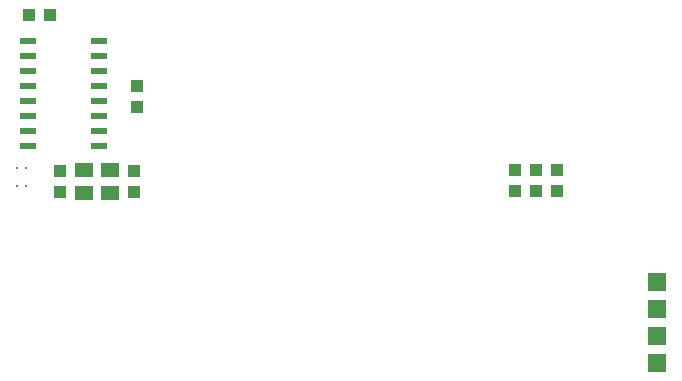
<source format=gbp>
G04 Layer_Color=128*
%FSLAX44Y44*%
%MOMM*%
G71*
G01*
G75*
%ADD10R,1.0000X1.0000*%
%ADD15R,1.5000X1.2000*%
%ADD21R,1.0000X1.0000*%
%ADD24O,0.2000X0.3000*%
%ADD47R,1.4000X0.6000*%
%ADD48R,1.5000X1.5000*%
%ADD49R,1.5000X1.5000*%
D10*
X164880Y381000D02*
D03*
X182850D02*
D03*
D15*
X234188Y249428D02*
D03*
Y230124D02*
D03*
X211582D02*
D03*
Y249428D02*
D03*
D21*
X256540Y303310D02*
D03*
Y321280D02*
D03*
X191770Y230920D02*
D03*
Y248890D02*
D03*
X254000Y249140D02*
D03*
Y231170D02*
D03*
X576580Y250160D02*
D03*
Y232190D02*
D03*
X594360Y250160D02*
D03*
Y232190D02*
D03*
X612140Y250160D02*
D03*
Y232190D02*
D03*
D24*
X162916Y251206D02*
D03*
X155448D02*
D03*
X162916Y235966D02*
D03*
X155448D02*
D03*
D47*
X224790Y359410D02*
D03*
Y346710D02*
D03*
Y334010D02*
D03*
Y321310D02*
D03*
Y308610D02*
D03*
Y295910D02*
D03*
Y283210D02*
D03*
Y270510D02*
D03*
X164790Y359410D02*
D03*
Y346710D02*
D03*
Y334010D02*
D03*
Y321310D02*
D03*
Y308610D02*
D03*
Y295910D02*
D03*
Y283210D02*
D03*
Y270510D02*
D03*
D48*
X697230Y154940D02*
D03*
Y132080D02*
D03*
Y109220D02*
D03*
D49*
Y86360D02*
D03*
M02*

</source>
